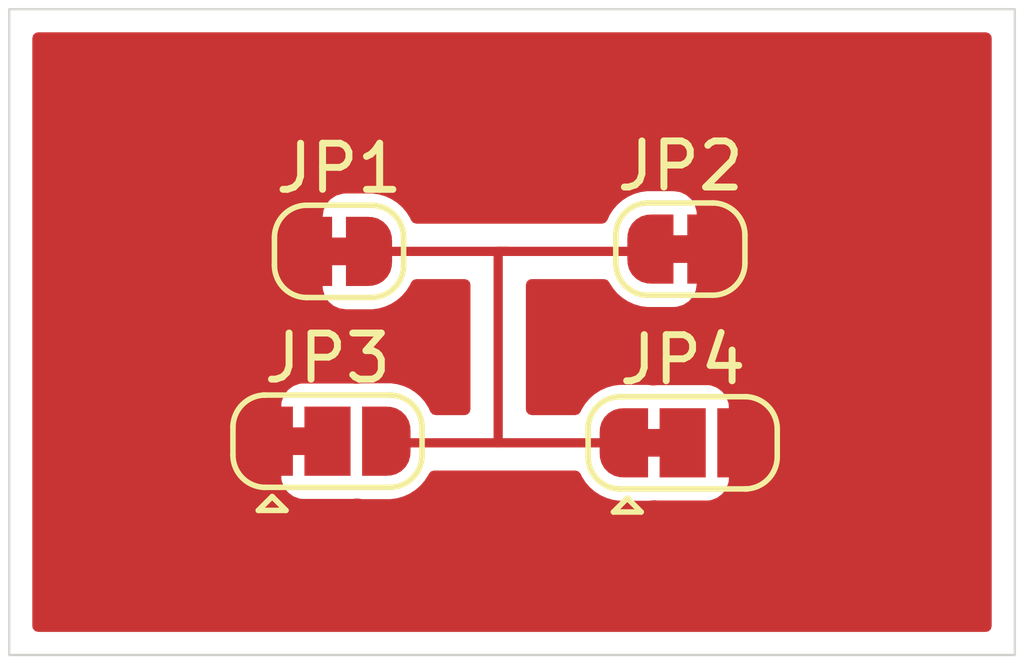
<source format=kicad_pcb>
(kicad_pcb (version 20240108) (generator "pcbnew") (generator_version "8.0")
  (layers (0 "F.Cu" signal) (31 "B.Cu" signal) (34 "B.Paste" user) (35 "F.Paste" user) (36 "B.SilkS" user "B.Silkscreen") (37 "F.SilkS" user "F.Silkscreen") (38 "B.Mask" user) (39 "F.Mask" user) (44 "Edge.Cuts" user))
  (net 0 "")
  (net 1 "GND")
  (net 2 "Net-(JP1-B)")
  (footprint "Jumper:SolderJumper-2_P1.3mm_Bridged_RoundedPad1.0x1.5mm" (layer "F.Cu") (at 154.75 91.4)
    (property "Reference" "JP2" (at 0 -1.8 0) (layer "F.SilkS"))
    (property "Value" "Jumper_2_Bridged")
    (fp_poly (pts (xy 0.25 -0.3) (xy -0.25 -0.3) (xy -0.25 0.3) (xy 0.25 0.3)) (fill solid) (layer "F.Cu"))
    (fp_line (start -1.4 0.3) (end -1.4 -0.3) (stroke (width 0.12)) (layer "F.SilkS"))
    (fp_line (start -0.7 -1) (end 0.7 -1) (stroke (width 0.12)) (layer "F.SilkS"))
    (fp_line (start 0.7 1) (end -0.7 1) (stroke (width 0.12)) (layer "F.SilkS"))
    (fp_line (start 1.4 -0.3) (end 1.4 0.3) (stroke (width 0.12)) (layer "F.SilkS"))
    (fp_arc (start -1.4 -0.3) (mid -1.194975 -0.794975) (end -0.7 -1) (stroke (width 0.12)) (layer "F.SilkS"))
    (fp_arc (start -0.7 1) (mid -1.194975 0.794975) (end -1.4 0.3) (stroke (width 0.12)) (layer "F.SilkS"))
    (fp_arc (start 0.7 -1) (mid 1.194975 -0.794975) (end 1.4 -0.3) (stroke (width 0.12)) (layer "F.SilkS"))
    (fp_arc (start 1.4 0.3) (mid 1.194975 0.794975) (end 0.7 1) (stroke (width 0.12)) (layer "F.SilkS"))
    (pad "1" smd custom (at -0.65 0) (size 1 0.5) (layers "F.Cu" "F.Mask") (net 2 "Net-(JP1-B)") (options (clearance outline) (anchor rect)) (primitives (gr_circle (center 0 0.25) (end 0.5 0.25) (width 0) (fill yes)) (gr_circle (center 0 -0.25) (end 0.5 -0.25) (width 0) (fill yes)) (gr_poly (pts (xy 0.5 0.75) (xy 0 0.75) (xy 0 -0.75) (xy 0.5 -0.75)) (width 0) (fill yes))))
    (pad "2" smd custom (at 0.65 0) (size 1 0.5) (layers "F.Cu" "F.Mask") (net 1 "GND") (options (clearance outline) (anchor rect)) (primitives (gr_circle (center 0 0.25) (end 0.5 0.25) (width 0) (fill yes)) (gr_circle (center 0 -0.25) (end 0.5 -0.25) (width 0) (fill yes)) (gr_poly (pts (xy 0 0.75) (xy -0.5 0.75) (xy -0.5 -0.75) (xy 0 -0.75)) (width 0) (fill yes))))
  )
  (footprint "Jumper:SolderJumper-3_P1.3mm_Bridged12_RoundedPad1.0x1.5mm" (layer "F.Cu") (at 154.8 95.6)
    (property "Reference" "JP4" (at 0 -1.8 0) (layer "F.SilkS"))
    (property "Value" "Jumper_3_Bridged12")
    (fp_poly (pts (xy -0.9 -0.3) (xy -0.4 -0.3) (xy -0.4 0.3) (xy -0.9 0.3)) (fill solid) (layer "F.Cu"))
    (fp_line (start -2.05 0.3) (end -2.05 -0.3) (stroke (width 0.12)) (layer "F.SilkS"))
    (fp_line (start -1.5 1.5) (end -0.9 1.5) (stroke (width 0.12)) (layer "F.SilkS"))
    (fp_line (start -1.4 -1) (end 1.4 -1) (stroke (width 0.12)) (layer "F.SilkS"))
    (fp_line (start -1.2 1.2) (end -1.5 1.5) (stroke (width 0.12)) (layer "F.SilkS"))
    (fp_line (start -1.2 1.2) (end -0.9 1.5) (stroke (width 0.12)) (layer "F.SilkS"))
    (fp_line (start 1.4 1) (end -1.4 1) (stroke (width 0.12)) (layer "F.SilkS"))
    (fp_line (start 2.05 -0.3) (end 2.05 0.3) (stroke (width 0.12)) (layer "F.SilkS"))
    (fp_arc (start -2.05 -0.3) (mid -1.844975 -0.794975) (end -1.35 -1) (stroke (width 0.12)) (layer "F.SilkS"))
    (fp_arc (start -1.35 1) (mid -1.844975 0.794975) (end -2.05 0.3) (stroke (width 0.12)) (layer "F.SilkS"))
    (fp_arc (start 1.35 -1) (mid 1.844975 -0.794975) (end 2.05 -0.3) (stroke (width 0.12)) (layer "F.SilkS"))
    (fp_arc (start 2.05 0.3) (mid 1.844975 0.794975) (end 1.35 1) (stroke (width 0.12)) (layer "F.SilkS"))
    (pad "1" smd custom (at -1.3 0) (size 1 0.5) (layers "F.Cu" "F.Mask") (net 2 "Net-(JP1-B)") (options (clearance outline) (anchor rect)) (primitives (gr_circle (center 0 0.25) (end 0.5 0.25) (width 0) (fill yes)) (gr_circle (center 0 -0.25) (end 0.5 -0.25) (width 0) (fill yes)) (gr_poly (pts (xy 0.55 0.75) (xy 0 0.75) (xy 0 -0.75) (xy 0.55 -0.75)) (width 0) (fill yes))))
    (pad "2" smd rect (at 0 0) (size 1 1.5) (layers "F.Cu" "F.Mask"))
    (pad "3" smd custom (at 1.3 0) (size 1 0.5) (layers "F.Cu" "F.Mask") (net 1 "GND") (options (clearance outline) (anchor rect)) (primitives (gr_circle (center 0 0.25) (end 0.5 0.25) (width 0) (fill yes)) (gr_circle (center 0 -0.25) (end 0.5 -0.25) (width 0) (fill yes)) (gr_poly (pts (xy 0 0.75) (xy -0.55 0.75) (xy -0.55 -0.75) (xy 0 -0.75)) (width 0) (fill yes))))
  )
  (footprint "Jumper:SolderJumper-3_P1.3mm_Bridged12_RoundedPad1.0x1.5mm" (layer "F.Cu") (at 147.1 95.565)
    (property "Reference" "JP3" (at 0 -1.8 0) (layer "F.SilkS"))
    (property "Value" "Jumper_3_Bridged12" (hide yes))
    (fp_poly (pts (xy -0.9 -0.3) (xy -0.4 -0.3) (xy -0.4 0.3) (xy -0.9 0.3)) (fill solid) (layer "F.Cu"))
    (fp_line (start -2.05 0.3) (end -2.05 -0.3) (stroke (width 0.12)) (layer "F.SilkS"))
    (fp_line (start -1.5 1.5) (end -0.9 1.5) (stroke (width 0.12)) (layer "F.SilkS"))
    (fp_line (start -1.4 -1) (end 1.4 -1) (stroke (width 0.12)) (layer "F.SilkS"))
    (fp_line (start -1.2 1.2) (end -1.5 1.5) (stroke (width 0.12)) (layer "F.SilkS"))
    (fp_line (start -1.2 1.2) (end -0.9 1.5) (stroke (width 0.12)) (layer "F.SilkS"))
    (fp_line (start 1.4 1) (end -1.4 1) (stroke (width 0.12)) (layer "F.SilkS"))
    (fp_line (start 2.05 -0.3) (end 2.05 0.3) (stroke (width 0.12)) (layer "F.SilkS"))
    (fp_arc (start -2.05 -0.3) (mid -1.844975 -0.794975) (end -1.35 -1) (stroke (width 0.12)) (layer "F.SilkS"))
    (fp_arc (start -1.35 1) (mid -1.844975 0.794975) (end -2.05 0.3) (stroke (width 0.12)) (layer "F.SilkS"))
    (fp_arc (start 1.35 -1) (mid 1.844975 -0.794975) (end 2.05 -0.3) (stroke (width 0.12)) (layer "F.SilkS"))
    (fp_arc (start 2.05 0.3) (mid 1.844975 0.794975) (end 1.35 1) (stroke (width 0.12)) (layer "F.SilkS"))
    (pad "1" smd custom (at -1.3 0) (size 1 0.5) (layers "F.Cu" "F.Mask") (net 1 "GND") (options (clearance outline) (anchor rect)) (primitives (gr_circle (center 0 0.25) (end 0.5 0.25) (width 0) (fill yes)) (gr_circle (center 0 -0.25) (end 0.5 -0.25) (width 0) (fill yes)) (gr_poly (pts (xy 0.55 0.75) (xy 0 0.75) (xy 0 -0.75) (xy 0.55 -0.75)) (width 0) (fill yes))))
    (pad "2" smd rect (at 0 0) (size 1 1.5) (layers "F.Cu" "F.Mask"))
    (pad "3" smd custom (at 1.3 0) (size 1 0.5) (layers "F.Cu" "F.Mask") (net 2 "Net-(JP1-B)") (options (clearance outline) (anchor rect)) (primitives (gr_circle (center 0 0.25) (end 0.5 0.25) (width 0) (fill yes)) (gr_circle (center 0 -0.25) (end 0.5 -0.25) (width 0) (fill yes)) (gr_poly (pts (xy 0 0.75) (xy -0.55 0.75) (xy -0.55 -0.75) (xy 0 -0.75)) (width 0) (fill yes))))
  )
  (footprint "Jumper:SolderJumper-2_P1.3mm_Bridged_RoundedPad1.0x1.5mm" (layer "F.Cu") (at 147.35 91.45)
    (property "Reference" "JP1" (at 0 -1.8 0) (layer "F.SilkS"))
    (property "Value" "Jumper_2_Bridged" (hide yes))
    (fp_poly (pts (xy 0.25 -0.3) (xy -0.25 -0.3) (xy -0.25 0.3) (xy 0.25 0.3)) (fill solid) (layer "F.Cu"))
    (fp_line (start -1.4 0.3) (end -1.4 -0.3) (stroke (width 0.12)) (layer "F.SilkS"))
    (fp_line (start -0.7 -1) (end 0.7 -1) (stroke (width 0.12)) (layer "F.SilkS"))
    (fp_line (start 0.7 1) (end -0.7 1) (stroke (width 0.12)) (layer "F.SilkS"))
    (fp_line (start 1.4 -0.3) (end 1.4 0.3) (stroke (width 0.12)) (layer "F.SilkS"))
    (fp_arc (start -1.4 -0.3) (mid -1.194975 -0.794975) (end -0.7 -1) (stroke (width 0.12)) (layer "F.SilkS"))
    (fp_arc (start -0.7 1) (mid -1.194975 0.794975) (end -1.4 0.3) (stroke (width 0.12)) (layer "F.SilkS"))
    (fp_arc (start 0.7 -1) (mid 1.194975 -0.794975) (end 1.4 -0.3) (stroke (width 0.12)) (layer "F.SilkS"))
    (fp_arc (start 1.4 0.3) (mid 1.194975 0.794975) (end 0.7 1) (stroke (width 0.12)) (layer "F.SilkS"))
    (pad "1" smd custom (at -0.65 0) (size 1 0.5) (layers "F.Cu" "F.Mask") (net 1 "GND") (options (clearance outline) (anchor rect)) (primitives (gr_circle (center 0 0.25) (end 0.5 0.25) (width 0) (fill yes)) (gr_circle (center 0 -0.25) (end 0.5 -0.25) (width 0) (fill yes)) (gr_poly (pts (xy 0.5 0.75) (xy 0 0.75) (xy 0 -0.75) (xy 0.5 -0.75)) (width 0) (fill yes))))
    (pad "2" smd custom (at 0.65 0) (size 1 0.5) (layers "F.Cu" "F.Mask") (net 2 "Net-(JP1-B)") (options (clearance outline) (anchor rect)) (primitives (gr_circle (center 0 0.25) (end 0.5 0.25) (width 0) (fill yes)) (gr_circle (center 0 -0.25) (end 0.5 -0.25) (width 0) (fill yes)) (gr_poly (pts (xy 0 0.75) (xy -0.5 0.75) (xy -0.5 -0.75) (xy 0 -0.75)) (width 0) (fill yes))))
  )
  (gr_rect (start 140.2 86.2) (end 162 100.2) (stroke (width 0.05)) (fill none) (layer "Edge.Cuts"))
  (segment (start 150.8 91.45) (end 151 91.45) (width 0.2) (layer "F.Cu") (net 2))
  (segment (start 148.435 95.6) (end 148.4 95.565) (width 0.2) (layer "F.Cu") (net 2))
  (segment (start 151 91.45) (end 154.05 91.45) (width 0.2) (layer "F.Cu") (net 2))
  (segment (start 150.8 95.6) (end 148.435 95.6) (width 0.2) (layer "F.Cu") (net 2))
  (segment (start 154.05 91.45) (end 154.1 91.4) (width 0.2) (layer "F.Cu") (net 2))
  (segment (start 150.8 95.6) (end 150.8 91.45) (width 0.2) (layer "F.Cu") (net 2))
  (segment (start 153.5 95.6) (end 150.8 95.6) (width 0.2) (layer "F.Cu") (net 2))
  (segment (start 148 91.45) (end 151 91.45) (width 0.2) (layer "F.Cu") (net 2))
  (zone (net 1) (net_name "GND") (layer "F.Cu") (connect_pads (clearance 0.5)) (min_thickness 0.25) (fill yes (thermal_gap 0.5) (thermal_bridge_width 0.5))
    (polygon (pts (xy 162.2 86) (xy 140 86) (xy 140 100.4) (xy 162.2 100.4)))
  )
)
</source>
